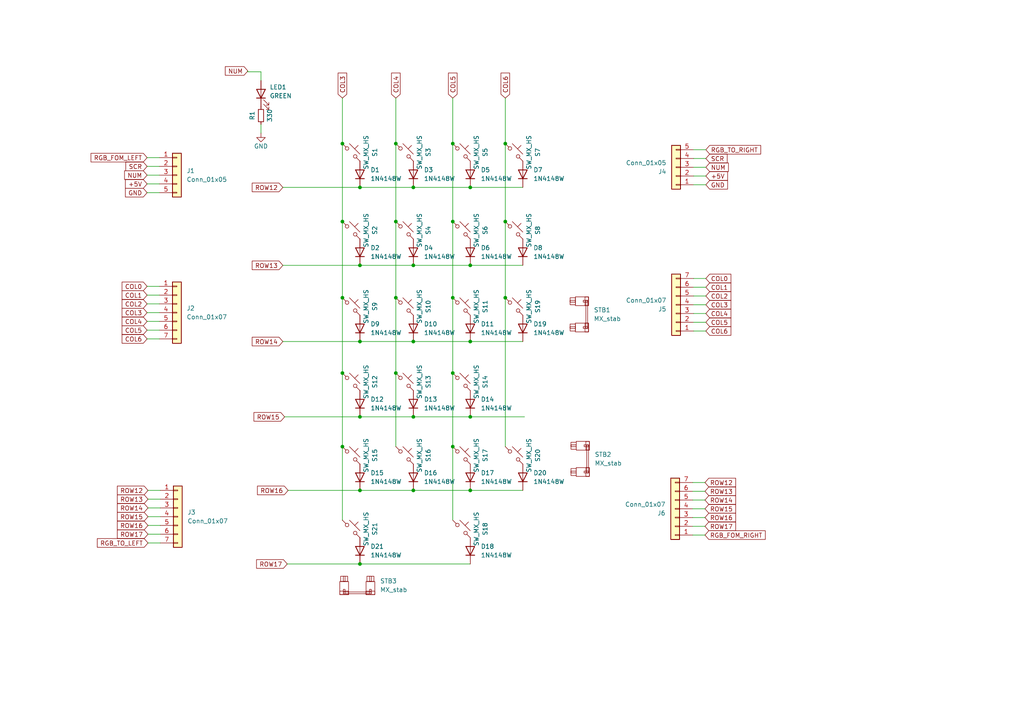
<source format=kicad_sch>
(kicad_sch (version 20250114) (generator "eeschema") (generator_version "9.0")
  (paper "A4")
  (lib_symbols
    (symbol "Connector_Generic:Conn_01x05" (pin_names (offset 1.016) (hide yes))
      (property "Reference" "J" (at 0 7.62 0))
      (property "Value" "Conn_01x05" (at 0 -7.62 0))
      (symbol "Conn_01x05_1_1"
        (rectangle (start -1.27 6.35) (end 1.27 -6.35) (stroke (width 0.254)) (fill (type background)))
        (rectangle (start -1.27 5.207) (end 0 4.953) (stroke (width 0.1524)))
        (rectangle (start -1.27 2.667) (end 0 2.413) (stroke (width 0.1524)))
        (rectangle (start -1.27 0.127) (end 0 -0.127) (stroke (width 0.1524)))
        (rectangle (start -1.27 -2.413) (end 0 -2.667) (stroke (width 0.1524)))
        (rectangle (start -1.27 -4.953) (end 0 -5.207) (stroke (width 0.1524)))
        (pin passive line (at -5.08 5.08 0) (length 3.81) (name "Pin_1") (number "1"))
        (pin passive line (at -5.08 2.54 0) (length 3.81) (name "Pin_2") (number "2"))
        (pin passive line (at -5.08 0 0) (length 3.81) (name "Pin_3") (number "3"))
        (pin passive line (at -5.08 -2.54 0) (length 3.81) (name "Pin_4") (number "4"))
        (pin passive line (at -5.08 -5.08 0) (length 3.81) (name "Pin_5") (number "5"))
      )
    )
    (symbol "Connector_Generic:Conn_01x07" (pin_names (offset 1.016) (hide yes))
      (property "Reference" "J" (at 0 10.16 0))
      (property "Value" "Conn_01x07" (at 0 -10.16 0))
      (symbol "Conn_01x07_1_1"
        (rectangle (start -1.27 8.89) (end 1.27 -8.89) (stroke (width 0.254)) (fill (type background)))
        (rectangle (start -1.27 7.747) (end 0 7.493) (stroke (width 0.1524)))
        (rectangle (start -1.27 5.207) (end 0 4.953) (stroke (width 0.1524)))
        (rectangle (start -1.27 2.667) (end 0 2.413) (stroke (width 0.1524)))
        (rectangle (start -1.27 0.127) (end 0 -0.127) (stroke (width 0.1524)))
        (rectangle (start -1.27 -2.413) (end 0 -2.667) (stroke (width 0.1524)))
        (rectangle (start -1.27 -4.953) (end 0 -5.207) (stroke (width 0.1524)))
        (rectangle (start -1.27 -7.493) (end 0 -7.747) (stroke (width 0.1524)))
        (pin passive line (at -5.08 7.62 0) (length 3.81) (name "Pin_1") (number "1"))
        (pin passive line (at -5.08 5.08 0) (length 3.81) (name "Pin_2") (number "2"))
        (pin passive line (at -5.08 2.54 0) (length 3.81) (name "Pin_3") (number "3"))
        (pin passive line (at -5.08 0 0) (length 3.81) (name "Pin_4") (number "4"))
        (pin passive line (at -5.08 -2.54 0) (length 3.81) (name "Pin_5") (number "5"))
        (pin passive line (at -5.08 -5.08 0) (length 3.81) (name "Pin_6") (number "6"))
        (pin passive line (at -5.08 -7.62 0) (length 3.81) (name "Pin_7") (number "7"))
      )
    )
    (symbol "Device:D" (pin_numbers (hide yes)) (pin_names (offset 1.016) (hide yes))
      (property "Reference" "D" (at 0 2.54 0))
      (property "Value" "1N4148W" (at 0 -2.54 0))
      (symbol "D_0_1"
        (polyline (pts (xy -1.27 1.27) (xy -1.27 -1.27)) (stroke (width 0.254)))
        (polyline (pts (xy 1.27 1.27) (xy 1.27 -1.27) (xy -1.27 0) (xy 1.27 1.27)) (stroke (width 0.254)))
        (polyline (pts (xy 1.27 0) (xy -1.27 0)))
      )
      (symbol "D_1_1"
        (pin passive line (at -3.81 0 0) (length 2.54) (name "K") (number "1"))
        (pin passive line (at 3.81 0 180) (length 2.54) (name "A") (number "2"))
      )
    )
    (symbol "Device:LED" (pin_numbers (hide yes)) (pin_names (offset 1.016) (hide yes))
      (property "Reference" "D" (at 0 2.54 0))
      (property "Value" "LED" (at 0 -2.54 0))
      (symbol "LED_0_1"
        (polyline (pts (xy -3.048 -0.762) (xy -4.572 -2.286) (xy -3.81 -2.286) (xy -4.572 -2.286) (xy -4.572 -1.524)))
        (polyline (pts (xy -1.778 -0.762) (xy -3.302 -2.286) (xy -2.54 -2.286) (xy -3.302 -2.286) (xy -3.302 -1.524)))
        (polyline (pts (xy -1.27 0) (xy 1.27 0)))
        (polyline (pts (xy -1.27 -1.27) (xy -1.27 1.27)) (stroke (width 0.254)))
        (polyline (pts (xy 1.27 -1.27) (xy 1.27 1.27) (xy -1.27 0) (xy 1.27 -1.27)) (stroke (width 0.254)))
      )
      (symbol "LED_1_1"
        (pin passive line (at -3.81 0 0) (length 2.54) (name "K") (number "1"))
        (pin passive line (at 3.81 0 180) (length 2.54) (name "A") (number "2"))
      )
    )
    (symbol "Device:R_Small" (pin_numbers (hide yes)) (pin_names (offset 0.254) (hide yes))
      (property "Reference" "R" (at 0.762 0.508 0))
      (property "Value" "R_Small" (at 0.762 -1.016 0))
      (symbol "R_Small_0_1"
        (rectangle (start -0.762 1.778) (end 0.762 -1.778) (stroke (width 0.2032)))
      )
      (symbol "R_Small_1_1"
        (pin passive line (at 0 2.54 270) (length 0.762) (name "~") (number "1"))
        (pin passive line (at 0 -2.54 90) (length 0.762) (name "~") (number "2"))
      )
    )
    (symbol "PCM_marbastlib-mx:MX_stab" (pin_names (offset 1.016))
      (property "Reference" "S" (at -5.08 6.35 0))
      (property "Value" "MX_stab" (at -5.08 3.81 0))
      (symbol "MX_stab_0_1"
        (rectangle (start -5.08 1.27) (end -2.54 -2.54))
        (rectangle (start -5.08 -1.524) (end -2.54 -2.54))
        (rectangle (start -4.826 2.794) (end -2.794 1.27))
        (rectangle (start -4.064 1.27) (end -3.556 2.794))
        (rectangle (start -4.064 -1.778) (end 4.064 -2.286))
        (rectangle (start -4.064 -2.286) (end -3.556 -1.016))
        (rectangle (start 2.54 1.27) (end 5.08 -2.54))
        (rectangle (start 2.54 -1.524) (end 5.08 -2.54))
        (rectangle (start 2.794 2.794) (end 4.826 1.27))
        (rectangle (start 3.556 1.27) (end 4.064 2.794))
        (rectangle (start 4.064 -2.286) (end 3.556 -1.016))
      )
    )
    (symbol "TB2086_KEYSWITCH:SW_MX_HS" (pin_numbers (hide yes)) (pin_names (offset 1.016) (hide yes))
      (property "Reference" "MX" (at 3.048 1.016 0))
      (property "Value" "SW_MX_HS" (at 0 -3.81 0))
      (symbol "SW_MX_HS_0_1"
        (polyline (pts (xy -2.54 2.54) (xy -1.524 1.524) (xy -1.524 1.524)))
        (circle (center -1.1684 1.1684) (radius 0.508))
        (polyline (pts (xy -0.508 2.54) (xy 2.54 -0.508)))
        (polyline (pts (xy 1.016 1.016) (xy 2.032 2.032)))
        (circle (center 1.143 -1.1938) (radius 0.508))
        (polyline (pts (xy 1.524 -1.524) (xy 2.54 -2.54) (xy 2.54 -2.54) (xy 2.54 -2.54)))
        (pin passive line (at -2.54 2.54 0) (length 0) (name "1") (number "1"))
        (pin passive line (at 2.54 -2.54 180) (length 0) (name "2") (number "2"))
      )
    )
    (symbol "power:GND" (power) (pin_names (offset 0))
      (property "Value" "GND" (at 0 -3.81 0))
      (symbol "GND_0_1"
        (polyline (pts (xy 0 0) (xy 0 -1.27) (xy 1.27 -1.27) (xy 0 -2.54) (xy -1.27 -1.27) (xy 0 -1.27)))
      )
      (symbol "GND_1_1"
        (pin power_in line (at 0 0 270) (length 0) (hide yes) (name "GND") (number "1"))
      )
    )
  )
  (junction (at 104.394 76.962))
  (junction (at 104.394 54.356))
  (junction (at 104.394 99.06))
  (junction (at 146.558 86.36))
  (junction (at 119.888 54.356))
  (junction (at 131.318 41.656))
  (junction (at 131.318 86.36))
  (junction (at 104.394 120.904))
  (junction (at 136.398 54.356))
  (junction (at 146.558 41.656))
  (junction (at 114.808 41.656))
  (junction (at 99.314 129.54))
  (junction (at 119.888 99.06))
  (junction (at 104.394 142.24))
  (junction (at 131.318 64.262))
  (junction (at 99.314 41.656))
  (junction (at 119.888 142.24))
  (junction (at 131.318 129.54))
  (junction (at 136.398 99.06))
  (junction (at 136.398 142.24))
  (junction (at 119.888 76.962))
  (junction (at 99.314 86.36))
  (junction (at 131.318 108.204))
  (junction (at 114.808 108.204))
  (junction (at 136.398 76.962))
  (junction (at 99.314 108.204))
  (junction (at 136.398 120.904))
  (junction (at 146.558 64.262))
  (junction (at 114.808 86.36))
  (junction (at 119.888 120.904))
  (junction (at 104.394 163.576))
  (junction (at 99.314 64.262))
  (junction (at 114.808 64.262))
  (wire (pts (xy 119.888 54.356) (xy 136.398 54.356)))
  (wire (pts (xy 204.724 88.392) (xy 201.168 88.392)))
  (wire (pts (xy 114.808 28.448) (xy 114.808 41.656)))
  (wire (pts (xy 136.398 99.06) (xy 151.638 99.06)))
  (wire (pts (xy 119.888 120.904) (xy 136.398 120.904)))
  (wire (pts (xy 204.47 139.954) (xy 200.914 139.954)))
  (wire (pts (xy 204.724 45.974) (xy 201.168 45.974)))
  (wire (pts (xy 42.672 85.598) (xy 46.228 85.598)))
  (wire (pts (xy 204.724 48.514) (xy 201.168 48.514)))
  (wire (pts (xy 204.47 147.574) (xy 200.914 147.574)))
  (wire (pts (xy 42.672 95.758) (xy 46.228 95.758)))
  (wire (pts (xy 104.394 99.06) (xy 119.888 99.06)))
  (wire (pts (xy 99.314 41.656) (xy 99.314 64.262)))
  (wire (pts (xy 131.318 129.54) (xy 131.318 150.876)))
  (wire (pts (xy 82.55 120.904) (xy 104.394 120.904)))
  (wire (pts (xy 42.926 149.86) (xy 46.482 149.86)))
  (wire (pts (xy 136.398 76.962) (xy 151.638 76.962)))
  (wire (pts (xy 104.394 76.962) (xy 119.888 76.962)))
  (wire (pts (xy 42.926 144.78) (xy 46.482 144.78)))
  (wire (pts (xy 204.724 43.434) (xy 201.168 43.434)))
  (wire (pts (xy 131.318 41.656) (xy 131.318 64.262)))
  (wire (pts (xy 104.394 163.576) (xy 136.398 163.576)))
  (wire (pts (xy 42.926 147.32) (xy 46.482 147.32)))
  (wire (pts (xy 146.558 28.448) (xy 146.558 41.656)))
  (wire (pts (xy 71.882 20.574) (xy 71.882 20.828)))
  (wire (pts (xy 104.394 54.356) (xy 119.888 54.356)))
  (wire (pts (xy 204.724 53.594) (xy 201.168 53.594)))
  (wire (pts (xy 75.692 38.608) (xy 75.692 36.068)))
  (wire (pts (xy 146.558 86.36) (xy 146.558 129.54)))
  (wire (pts (xy 42.672 93.218) (xy 46.228 93.218)))
  (wire (pts (xy 82.042 76.962) (xy 104.394 76.962)))
  (wire (pts (xy 82.042 99.06) (xy 104.394 99.06)))
  (wire (pts (xy 42.672 45.72) (xy 46.228 45.72)))
  (wire (pts (xy 42.672 88.138) (xy 46.228 88.138)))
  (wire (pts (xy 131.318 64.262) (xy 131.318 86.36)))
  (wire (pts (xy 204.47 152.654) (xy 200.914 152.654)))
  (wire (pts (xy 42.672 53.34) (xy 46.228 53.34)))
  (wire (pts (xy 146.558 64.262) (xy 146.558 86.36)))
  (wire (pts (xy 204.724 96.012) (xy 201.168 96.012)))
  (wire (pts (xy 99.314 129.54) (xy 99.314 150.876)))
  (wire (pts (xy 114.808 86.36) (xy 114.808 108.204)))
  (wire (pts (xy 83.312 163.576) (xy 104.394 163.576)))
  (wire (pts (xy 204.47 145.034) (xy 200.914 145.034)))
  (wire (pts (xy 42.672 90.678) (xy 46.228 90.678)))
  (wire (pts (xy 42.926 157.48) (xy 46.482 157.48)))
  (wire (pts (xy 75.692 20.828) (xy 75.692 23.368)))
  (wire (pts (xy 204.724 83.312) (xy 201.168 83.312)))
  (wire (pts (xy 99.314 28.448) (xy 99.314 41.656)))
  (wire (pts (xy 42.926 154.94) (xy 46.482 154.94)))
  (wire (pts (xy 131.318 28.448) (xy 131.318 41.656)))
  (wire (pts (xy 204.724 93.472) (xy 201.168 93.472)))
  (wire (pts (xy 42.672 48.26) (xy 46.228 48.26)))
  (wire (pts (xy 114.808 41.656) (xy 114.808 64.262)))
  (wire (pts (xy 99.314 64.262) (xy 99.314 86.36)))
  (wire (pts (xy 42.672 55.88) (xy 46.228 55.88)))
  (wire (pts (xy 42.672 98.298) (xy 46.228 98.298)))
  (wire (pts (xy 204.47 150.114) (xy 200.914 150.114)))
  (wire (pts (xy 204.724 51.054) (xy 201.168 51.054)))
  (wire (pts (xy 204.47 142.494) (xy 200.914 142.494)))
  (wire (pts (xy 146.558 41.656) (xy 146.558 64.262)))
  (wire (pts (xy 42.672 50.8) (xy 46.228 50.8)))
  (wire (pts (xy 99.314 108.204) (xy 99.314 129.54)))
  (wire (pts (xy 136.398 142.24) (xy 151.638 142.24)))
  (wire (pts (xy 71.882 20.828) (xy 75.692 20.828)))
  (wire (pts (xy 119.888 142.24) (xy 136.398 142.24)))
  (wire (pts (xy 42.926 142.24) (xy 46.482 142.24)))
  (wire (pts (xy 204.724 80.772) (xy 201.168 80.772)))
  (wire (pts (xy 114.808 64.262) (xy 114.808 86.36)))
  (wire (pts (xy 99.314 86.36) (xy 99.314 108.204)))
  (wire (pts (xy 104.394 120.904) (xy 119.888 120.904)))
  (wire (pts (xy 42.926 152.4) (xy 46.482 152.4)))
  (wire (pts (xy 114.808 108.204) (xy 114.808 129.54)))
  (wire (pts (xy 136.398 54.356) (xy 151.638 54.356)))
  (wire (pts (xy 204.724 90.932) (xy 201.168 90.932)))
  (wire (pts (xy 82.042 54.356) (xy 104.394 54.356)))
  (wire (pts (xy 204.724 85.852) (xy 201.168 85.852)))
  (wire (pts (xy 42.672 83.058) (xy 46.228 83.058)))
  (wire (pts (xy 204.47 155.194) (xy 200.914 155.194)))
  (wire (pts (xy 131.318 86.36) (xy 131.318 108.204)))
  (wire (pts (xy 131.318 108.204) (xy 131.318 129.54)))
  (wire (pts (xy 104.394 142.24) (xy 119.888 142.24)))
  (wire (pts (xy 119.888 76.962) (xy 136.398 76.962)))
  (wire (pts (xy 119.888 99.06) (xy 136.398 99.06)))
  (wire (pts (xy 136.398 120.904) (xy 152.146 120.904)))
  (wire (pts (xy 83.566 142.24) (xy 104.394 142.24)))
  (global_label "COL5" (shape input) (at 204.724 93.472 0) (property "Intersheetrefs" "${INTERSHEET_REFS}" (effects (hide yes))))
  (global_label "NUM" (shape input) (at 204.724 48.514 0) (property "Intersheetrefs" "${INTERSHEET_REFS}" (effects (hide yes))))
  (global_label "SCR" (shape input) (at 42.672 48.26 180) (property "Intersheetrefs" "${INTERSHEET_REFS}" (effects (hide yes))))
  (global_label "ROW12" (shape input) (at 204.47 139.954 0) (property "Intersheetrefs" "${INTERSHEET_REFS}" (effects (hide yes))))
  (global_label "+5V" (shape input) (at 42.672 53.34 180) (property "Intersheetrefs" "${INTERSHEET_REFS}" (effects (hide yes))))
  (global_label "COL0" (shape input) (at 42.672 83.058 180) (property "Intersheetrefs" "${INTERSHEET_REFS}" (effects (hide yes))))
  (global_label "ROW15" (shape input) (at 42.926 149.86 180) (property "Intersheetrefs" "${INTERSHEET_REFS}" (effects (hide yes))))
  (global_label "COL3" (shape input) (at 42.672 90.678 180) (property "Intersheetrefs" "${INTERSHEET_REFS}" (effects (hide yes))))
  (global_label "COL3" (shape input) (at 99.314 28.448 90) (property "Intersheetrefs" "${INTERSHEET_REFS}" (effects (hide yes))))
  (global_label "COL4" (shape input) (at 204.724 90.932 0) (property "Intersheetrefs" "${INTERSHEET_REFS}" (effects (hide yes))))
  (global_label "COL4" (shape input) (at 42.672 93.218 180) (property "Intersheetrefs" "${INTERSHEET_REFS}" (effects (hide yes))))
  (global_label "COL6" (shape input) (at 146.558 28.448 90) (property "Intersheetrefs" "${INTERSHEET_REFS}" (effects (hide yes))))
  (global_label "COL3" (shape input) (at 204.724 88.392 0) (property "Intersheetrefs" "${INTERSHEET_REFS}" (effects (hide yes))))
  (global_label "RGB_FOM_RIGHT" (shape input) (at 204.47 155.194 0) (property "Intersheetrefs" "${INTERSHEET_REFS}" (effects (hide yes))))
  (global_label "ROW13" (shape input) (at 204.47 142.494 0) (property "Intersheetrefs" "${INTERSHEET_REFS}" (effects (hide yes))))
  (global_label "ROW14" (shape input) (at 42.926 147.32 180) (property "Intersheetrefs" "${INTERSHEET_REFS}" (effects (hide yes))))
  (global_label "SCR" (shape input) (at 204.724 45.974 0) (property "Intersheetrefs" "${INTERSHEET_REFS}" (effects (hide yes))))
  (global_label "ROW13" (shape input) (at 42.926 144.78 180) (property "Intersheetrefs" "${INTERSHEET_REFS}" (effects (hide yes))))
  (global_label "ROW15" (shape input) (at 204.47 147.574 0) (property "Intersheetrefs" "${INTERSHEET_REFS}" (effects (hide yes))))
  (global_label "+5V" (shape input) (at 204.724 51.054 0) (property "Intersheetrefs" "${INTERSHEET_REFS}" (effects (hide yes))))
  (global_label "ROW14" (shape input) (at 82.042 99.06 180) (property "Intersheetrefs" "${INTERSHEET_REFS}" (effects (hide yes))))
  (global_label "COL6" (shape input) (at 204.724 96.012 0) (property "Intersheetrefs" "${INTERSHEET_REFS}" (effects (hide yes))))
  (global_label "RGB_FOM_LEFT" (shape input) (at 42.672 45.72 180) (property "Intersheetrefs" "${INTERSHEET_REFS}" (effects (hide yes))))
  (global_label "ROW17" (shape input) (at 204.47 152.654 0) (property "Intersheetrefs" "${INTERSHEET_REFS}" (effects (hide yes))))
  (global_label "COL6" (shape input) (at 42.672 98.298 180) (property "Intersheetrefs" "${INTERSHEET_REFS}" (effects (hide yes))))
  (global_label "ROW15" (shape input) (at 82.55 120.904 180) (property "Intersheetrefs" "${INTERSHEET_REFS}" (effects (hide yes))))
  (global_label "RGB_TO_LEFT" (shape input) (at 42.926 157.48 180) (property "Intersheetrefs" "${INTERSHEET_REFS}" (effects (hide yes))))
  (global_label "ROW17" (shape input) (at 83.312 163.576 180) (property "Intersheetrefs" "${INTERSHEET_REFS}" (effects (hide yes))))
  (global_label "COL5" (shape input) (at 42.672 95.758 180) (property "Intersheetrefs" "${INTERSHEET_REFS}" (effects (hide yes))))
  (global_label "COL1" (shape input) (at 42.672 85.598 180) (property "Intersheetrefs" "${INTERSHEET_REFS}" (effects (hide yes))))
  (global_label "COL1" (shape input) (at 204.724 83.312 0) (property "Intersheetrefs" "${INTERSHEET_REFS}" (effects (hide yes))))
  (global_label "ROW16" (shape input) (at 42.926 152.4 180) (property "Intersheetrefs" "${INTERSHEET_REFS}" (effects (hide yes))))
  (global_label "COL0" (shape input) (at 204.724 80.772 0) (property "Intersheetrefs" "${INTERSHEET_REFS}" (effects (hide yes))))
  (global_label "NUM" (shape input) (at 42.672 50.8 180) (property "Intersheetrefs" "${INTERSHEET_REFS}" (effects (hide yes))))
  (global_label "ROW16" (shape input) (at 83.566 142.24 180) (property "Intersheetrefs" "${INTERSHEET_REFS}" (effects (hide yes))))
  (global_label "ROW14" (shape input) (at 204.47 145.034 0) (property "Intersheetrefs" "${INTERSHEET_REFS}" (effects (hide yes))))
  (global_label "ROW12" (shape input) (at 82.042 54.356 180) (property "Intersheetrefs" "${INTERSHEET_REFS}" (effects (hide yes))))
  (global_label "NUM" (shape input) (at 71.882 20.574 180) (property "Intersheetrefs" "${INTERSHEET_REFS}" (effects (hide yes))))
  (global_label "ROW13" (shape input) (at 82.042 76.962 180) (property "Intersheetrefs" "${INTERSHEET_REFS}" (effects (hide yes))))
  (global_label "COL2" (shape input) (at 42.672 88.138 180) (property "Intersheetrefs" "${INTERSHEET_REFS}" (effects (hide yes))))
  (global_label "COL2" (shape input) (at 204.724 85.852 0) (property "Intersheetrefs" "${INTERSHEET_REFS}" (effects (hide yes))))
  (global_label "ROW17" (shape input) (at 42.926 154.94 180) (property "Intersheetrefs" "${INTERSHEET_REFS}" (effects (hide yes))))
  (global_label "RGB_TO_RIGHT" (shape input) (at 204.724 43.434 0) (property "Intersheetrefs" "${INTERSHEET_REFS}" (effects (hide yes))))
  (global_label "GND" (shape input) (at 204.724 53.594 0) (property "Intersheetrefs" "${INTERSHEET_REFS}" (effects (hide yes))))
  (global_label "ROW12" (shape input) (at 42.926 142.24 180) (property "Intersheetrefs" "${INTERSHEET_REFS}" (effects (hide yes))))
  (global_label "COL5" (shape input) (at 131.318 28.448 90) (property "Intersheetrefs" "${INTERSHEET_REFS}" (effects (hide yes))))
  (global_label "ROW16" (shape input) (at 204.47 150.114 0) (property "Intersheetrefs" "${INTERSHEET_REFS}" (effects (hide yes))))
  (global_label "COL4" (shape input) (at 114.808 28.448 90) (property "Intersheetrefs" "${INTERSHEET_REFS}" (effects (hide yes))))
  (global_label "GND" (shape input) (at 42.672 55.88 180) (property "Intersheetrefs" "${INTERSHEET_REFS}" (effects (hide yes))))
  (symbol (lib_id "Connector_Generic:Conn_01x05") (at 51.308 50.8 0) (unit 1)
    (property "Reference" "J1" (at 54.102 49.5299 0) (effects (justify left)))
    (property "Value" "Conn_01x05" (at 54.102 52.0699 0) (effects (justify left)))
    (property "Footprint" "TB2086_MISC:Pogopin_1x05_P2.54mm_Curved" (effects (hide yes)))
    (property "Description" "Generic connector, single row, 01x05, script generated (kicad-library-utils/schlib/autogen/connector/)" (effects (hide yes)))
  )
  (symbol (lib_id "TB2086_KEYSWITCH:SW_MX_HS") (at 133.858 153.416 270) (mirror x) (unit 1)
    (property "Reference" "S18" (at 140.716 153.416 0))
    (property "Value" "SW_MX_HS" (at 138.176 153.416 0))
    (property "Footprint" "TB2086_KEYSWITCH:SW_MX_HS_1u" (effects (hide yes)))
    (property "Description" "Push button switch, normally open, two pins, 45° tilted" (effects (hide yes)))
    (property "LCSC" "C9900021274" (effects (hide yes)))
  )
  (symbol (lib_id "Device:D") (at 104.394 73.152 90) (unit 1)
    (property "Reference" "D2" (at 107.442 71.8819 90) (effects (justify right)))
    (property "Value" "1N4148W" (at 107.442 74.4219 90) (effects (justify right)))
    (property "Footprint" "TB2086_SMD:D3_SMD" (effects (hide yes)))
    (property "Description" "Diode" (effects (hide yes)))
    (property "Sim.Device" "D" (effects (hide yes)))
    (property "Sim.Pins" "1=K 2=A" (effects (hide yes)))
    (property "LCSC" "C7420318" (effects (hide yes)))
  )
  (symbol (lib_id "Device:D") (at 104.394 117.094 90) (unit 1)
    (property "Reference" "D12" (at 107.442 115.8239 90) (effects (justify right)))
    (property "Value" "1N4148W" (at 107.442 118.3639 90) (effects (justify right)))
    (property "Footprint" "TB2086_SMD:D3_SMD" (effects (hide yes)))
    (property "Description" "Diode" (effects (hide yes)))
    (property "Sim.Device" "D" (effects (hide yes)))
    (property "Sim.Pins" "1=K 2=A" (effects (hide yes)))
    (property "LCSC" "C7420318" (effects (hide yes)))
  )
  (symbol (lib_id "Device:D") (at 119.888 117.094 90) (unit 1)
    (property "Reference" "D13" (at 122.936 115.8239 90) (effects (justify right)))
    (property "Value" "1N4148W" (at 122.936 118.3639 90) (effects (justify right)))
    (property "Footprint" "TB2086_SMD:D3_SMD" (effects (hide yes)))
    (property "Description" "Diode" (effects (hide yes)))
    (property "Sim.Device" "D" (effects (hide yes)))
    (property "Sim.Pins" "1=K 2=A" (effects (hide yes)))
    (property "LCSC" "C7420318" (effects (hide yes)))
  )
  (symbol (lib_id "TB2086_KEYSWITCH:SW_MX_HS") (at 133.858 110.744 270) (mirror x) (unit 1)
    (property "Reference" "S14" (at 140.716 110.744 0))
    (property "Value" "SW_MX_HS" (at 138.176 110.744 0))
    (property "Footprint" "TB2086_KEYSWITCH:SW_MX_HS_1u" (effects (hide yes)))
    (property "Description" "Push button switch, normally open, two pins, 45° tilted" (effects (hide yes)))
    (property "LCSC" "C9900021274" (effects (hide yes)))
  )
  (symbol (lib_id "TB2086_KEYSWITCH:SW_MX_HS") (at 101.854 44.196 270) (mirror x) (unit 1)
    (property "Reference" "S1" (at 108.712 44.196 0))
    (property "Value" "SW_MX_HS" (at 106.172 44.196 0))
    (property "Footprint" "TB2086_KEYSWITCH:SW_MX_HS_1u" (effects (hide yes)))
    (property "Description" "Push button switch, normally open, two pins, 45° tilted" (effects (hide yes)))
    (property "LCSC" "C9900021274" (effects (hide yes)))
  )
  (symbol (lib_id "TB2086_KEYSWITCH:SW_MX_HS") (at 133.858 66.802 270) (mirror x) (unit 1)
    (property "Reference" "S6" (at 140.716 66.802 0))
    (property "Value" "SW_MX_HS" (at 138.176 66.802 0))
    (property "Footprint" "TB2086_KEYSWITCH:SW_MX_HS_1u" (effects (hide yes)))
    (property "Description" "Push button switch, normally open, two pins, 45° tilted" (effects (hide yes)))
    (property "LCSC" "C9900021274" (effects (hide yes)))
  )
  (symbol (lib_id "Device:D") (at 151.638 138.43 90) (unit 1)
    (property "Reference" "D20" (at 154.686 137.1599 90) (effects (justify right)))
    (property "Value" "1N4148W" (at 154.686 139.6999 90) (effects (justify right)))
    (property "Footprint" "TB2086_SMD:D3_SMD" (effects (hide yes)))
    (property "Description" "Diode" (effects (hide yes)))
    (property "Sim.Device" "D" (effects (hide yes)))
    (property "Sim.Pins" "1=K 2=A" (effects (hide yes)))
    (property "LCSC" "C7420318" (effects (hide yes)))
  )
  (symbol (lib_id "Device:D") (at 151.638 95.25 90) (unit 1)
    (property "Reference" "D19" (at 154.686 93.9799 90) (effects (justify right)))
    (property "Value" "1N4148W" (at 154.686 96.5199 90) (effects (justify right)))
    (property "Footprint" "TB2086_SMD:D3_SMD" (effects (hide yes)))
    (property "Description" "Diode" (effects (hide yes)))
    (property "Sim.Device" "D" (effects (hide yes)))
    (property "Sim.Pins" "1=K 2=A" (effects (hide yes)))
    (property "LCSC" "C7420318" (effects (hide yes)))
  )
  (symbol (lib_id "Device:D") (at 136.398 159.766 90) (unit 1)
    (property "Reference" "D18" (at 139.446 158.4959 90) (effects (justify right)))
    (property "Value" "1N4148W" (at 139.446 161.0359 90) (effects (justify right)))
    (property "Footprint" "TB2086_SMD:D3_SMD" (effects (hide yes)))
    (property "Description" "Diode" (effects (hide yes)))
    (property "Sim.Device" "D" (effects (hide yes)))
    (property "Sim.Pins" "1=K 2=A" (effects (hide yes)))
    (property "LCSC" "C7420318" (effects (hide yes)))
  )
  (symbol (lib_id "TB2086_KEYSWITCH:SW_MX_HS") (at 149.098 44.196 270) (mirror x) (unit 1)
    (property "Reference" "S7" (at 155.956 44.196 0))
    (property "Value" "SW_MX_HS" (at 153.416 44.196 0))
    (property "Footprint" "TB2086_KEYSWITCH:SW_MX_HS_1u" (effects (hide yes)))
    (property "Description" "Push button switch, normally open, two pins, 45° tilted" (effects (hide yes)))
    (property "LCSC" "C9900021274" (effects (hide yes)))
  )
  (symbol (lib_id "TB2086_KEYSWITCH:SW_MX_HS") (at 101.854 153.416 270) (mirror x) (unit 1)
    (property "Reference" "S21" (at 108.712 153.416 0))
    (property "Value" "SW_MX_HS" (at 106.172 153.416 0))
    (property "Footprint" "TB2086_KEYSWITCH:SW_MX_HS_2u" (effects (hide yes)))
    (property "Description" "Push button switch, normally open, two pins, 45° tilted" (effects (hide yes)))
    (property "LCSC" "C9900021274" (effects (hide yes)))
  )
  (symbol (lib_id "Connector_Generic:Conn_01x07") (at 51.308 90.678 0) (unit 1)
    (property "Reference" "J2" (at 54.102 89.4079 0) (effects (justify left)))
    (property "Value" "Conn_01x07" (at 54.102 91.9479 0) (effects (justify left)))
    (property "Footprint" "TB2086_MISC:Pogopin_1x07_P2.54mm_Curved" (effects (hide yes)))
    (property "Description" "Generic connector, single row, 01x07, script generated (kicad-library-utils/schlib/autogen/connector/)" (effects (hide yes)))
  )
  (symbol (lib_id "Device:D") (at 151.638 50.546 90) (unit 1)
    (property "Reference" "D7" (at 154.686 49.2759 90) (effects (justify right)))
    (property "Value" "1N4148W" (at 154.686 51.8159 90) (effects (justify right)))
    (property "Footprint" "TB2086_SMD:D3_SMD" (effects (hide yes)))
    (property "Description" "Diode" (effects (hide yes)))
    (property "Sim.Device" "D" (effects (hide yes)))
    (property "Sim.Pins" "1=K 2=A" (effects (hide yes)))
    (property "LCSC" "C7420318" (effects (hide yes)))
  )
  (symbol (lib_id "PCM_marbastlib-mx:MX_stab") (at 168.402 133.096 90) (unit 1)
    (property "Reference" "STB2" (at 172.466 131.8259 90) (effects (justify right)))
    (property "Value" "MX_stab" (at 172.466 134.3659 90) (effects (justify right)))
    (property "Footprint" "Stabilizer_Cherry_MX_2.00u" (effects (hide yes)))
    (property "Description" "Cherry MX-style stabilizer" (effects (hide yes)))
  )
  (symbol (lib_id "TB2086_KEYSWITCH:SW_MX_HS") (at 117.348 44.196 270) (mirror x) (unit 1)
    (property "Reference" "S3" (at 124.206 44.196 0))
    (property "Value" "SW_MX_HS" (at 121.666 44.196 0))
    (property "Footprint" "TB2086_KEYSWITCH:SW_MX_HS_1u" (effects (hide yes)))
    (property "Description" "Push button switch, normally open, two pins, 45° tilted" (effects (hide yes)))
    (property "LCSC" "C9900021274" (effects (hide yes)))
  )
  (symbol (lib_id "Device:R_Small") (at 75.692 33.528 180) (unit 1)
    (property "Reference" "R1" (at 73.152 33.528 90))
    (property "Value" "330" (at 78.232 33.528 90))
    (property "Footprint" "Resistor_SMD:R_0603_1608Metric" (effects (hide yes)))
    (property "LCSC" "C23138" (effects (hide yes)))
  )
  (symbol (lib_id "TB2086_KEYSWITCH:SW_MX_HS") (at 101.854 132.08 270) (mirror x) (unit 1)
    (property "Reference" "S15" (at 108.712 132.08 0))
    (property "Value" "SW_MX_HS" (at 106.172 132.08 0))
    (property "Footprint" "TB2086_KEYSWITCH:SW_MX_HS_1u" (effects (hide yes)))
    (property "Description" "Push button switch, normally open, two pins, 45° tilted" (effects (hide yes)))
    (property "LCSC" "C9900021274" (effects (hide yes)))
  )
  (symbol (lib_id "TB2086_KEYSWITCH:SW_MX_HS") (at 133.858 88.9 270) (mirror x) (unit 1)
    (property "Reference" "S11" (at 140.716 88.9 0))
    (property "Value" "SW_MX_HS" (at 138.176 88.9 0))
    (property "Footprint" "TB2086_KEYSWITCH:SW_MX_HS_1u" (effects (hide yes)))
    (property "Description" "Push button switch, normally open, two pins, 45° tilted" (effects (hide yes)))
    (property "LCSC" "C9900021274" (effects (hide yes)))
  )
  (symbol (lib_id "Connector_Generic:Conn_01x07") (at 51.562 149.86 0) (unit 1)
    (property "Reference" "J3" (at 54.356 148.5899 0) (effects (justify left)))
    (property "Value" "Conn_01x07" (at 54.356 151.1299 0) (effects (justify left)))
    (property "Footprint" "TB2086_MISC:Pogopin_1x07_P2.54mm_Curved" (effects (hide yes)))
    (property "Description" "Generic connector, single row, 01x07, script generated (kicad-library-utils/schlib/autogen/connector/)" (effects (hide yes)))
  )
  (symbol (lib_id "TB2086_KEYSWITCH:SW_MX_HS") (at 101.854 110.744 270) (mirror x) (unit 1)
    (property "Reference" "S12" (at 108.712 110.744 0))
    (property "Value" "SW_MX_HS" (at 106.172 110.744 0))
    (property "Footprint" "TB2086_KEYSWITCH:SW_MX_HS_1u" (effects (hide yes)))
    (property "Description" "Push button switch, normally open, two pins, 45° tilted" (effects (hide yes)))
    (property "LCSC" "C9900021274" (effects (hide yes)))
  )
  (symbol (lib_id "Connector_Generic:Conn_01x07") (at 195.834 147.574 180) (unit 1)
    (property "Reference" "J6" (at 193.04 148.8441 0) (effects (justify left)))
    (property "Value" "Conn_01x07" (at 193.04 146.3041 0) (effects (justify left)))
    (property "Footprint" "TB2086_MISC:Pogopin_1x07_P2.54mm_Curved" (effects (hide yes)))
    (property "Description" "Generic connector, single row, 01x07, script generated (kicad-library-utils/schlib/autogen/connector/)" (effects (hide yes)))
  )
  (symbol (lib_id "Device:D") (at 104.394 138.43 90) (unit 1)
    (property "Reference" "D15" (at 107.442 137.1599 90) (effects (justify right)))
    (property "Value" "1N4148W" (at 107.442 139.6999 90) (effects (justify right)))
    (property "Footprint" "TB2086_SMD:D3_SMD" (effects (hide yes)))
    (property "Description" "Diode" (effects (hide yes)))
    (property "Sim.Device" "D" (effects (hide yes)))
    (property "Sim.Pins" "1=K 2=A" (effects (hide yes)))
    (property "LCSC" "C7420318" (effects (hide yes)))
  )
  (symbol (lib_id "Connector_Generic:Conn_01x07") (at 196.088 88.392 180) (unit 1)
    (property "Reference" "J5" (at 193.294 89.6621 0) (effects (justify left)))
    (property "Value" "Conn_01x07" (at 193.294 87.1221 0) (effects (justify left)))
    (property "Footprint" "TB2086_MISC:Pogopin_1x07_P2.54mm_Curved" (effects (hide yes)))
    (property "Description" "Generic connector, single row, 01x07, script generated (kicad-library-utils/schlib/autogen/connector/)" (effects (hide yes)))
  )
  (symbol (lib_id "Device:D") (at 119.888 95.25 90) (unit 1)
    (property "Reference" "D10" (at 122.936 93.9799 90) (effects (justify right)))
    (property "Value" "1N4148W" (at 122.936 96.5199 90) (effects (justify right)))
    (property "Footprint" "TB2086_SMD:D3_SMD" (effects (hide yes)))
    (property "Description" "Diode" (effects (hide yes)))
    (property "Sim.Device" "D" (effects (hide yes)))
    (property "Sim.Pins" "1=K 2=A" (effects (hide yes)))
    (property "LCSC" "C7420318" (effects (hide yes)))
  )
  (symbol (lib_id "Device:D") (at 104.394 159.766 90) (unit 1)
    (property "Reference" "D21" (at 107.442 158.4959 90) (effects (justify right)))
    (property "Value" "1N4148W" (at 107.442 161.0359 90) (effects (justify right)))
    (property "Footprint" "TB2086_SMD:D3_SMD" (effects (hide yes)))
    (property "Description" "Diode" (effects (hide yes)))
    (property "Sim.Device" "D" (effects (hide yes)))
    (property "Sim.Pins" "1=K 2=A" (effects (hide yes)))
    (property "LCSC" "C7420318" (effects (hide yes)))
  )
  (symbol (lib_id "TB2086_KEYSWITCH:SW_MX_HS") (at 133.858 132.08 270) (mirror x) (unit 1)
    (property "Reference" "S17" (at 140.716 132.08 0))
    (property "Value" "SW_MX_HS" (at 138.176 132.08 0))
    (property "Footprint" "TB2086_KEYSWITCH:SW_MX_HS_1u" (effects (hide yes)))
    (property "Description" "Push button switch, normally open, two pins, 45° tilted" (effects (hide yes)))
    (property "LCSC" "C9900021274" (effects (hide yes)))
  )
  (symbol (lib_id "Device:D") (at 151.638 73.152 90) (unit 1)
    (property "Reference" "D8" (at 154.686 71.8819 90) (effects (justify right)))
    (property "Value" "1N4148W" (at 154.686 74.4219 90) (effects (justify right)))
    (property "Footprint" "TB2086_SMD:D3_SMD" (effects (hide yes)))
    (property "Description" "Diode" (effects (hide yes)))
    (property "Sim.Device" "D" (effects (hide yes)))
    (property "Sim.Pins" "1=K 2=A" (effects (hide yes)))
    (property "LCSC" "C7420318" (effects (hide yes)))
  )
  (symbol (lib_id "TB2086_KEYSWITCH:SW_MX_HS") (at 117.348 132.08 270) (mirror x) (unit 1)
    (property "Reference" "S16" (at 124.206 132.08 0))
    (property "Value" "SW_MX_HS" (at 121.666 132.08 0))
    (property "Footprint" "TB2086_KEYSWITCH:SW_MX_HS_1u" (effects (hide yes)))
    (property "Description" "Push button switch, normally open, two pins, 45° tilted" (effects (hide yes)))
    (property "LCSC" "C9900021274" (effects (hide yes)))
  )
  (symbol (lib_id "Connector_Generic:Conn_01x05") (at 196.088 48.514 180) (unit 1)
    (property "Reference" "J4" (at 193.294 49.7841 0) (effects (justify left)))
    (property "Value" "Conn_01x05" (at 193.294 47.2441 0) (effects (justify left)))
    (property "Footprint" "TB2086_MISC:Pogopin_1x05_P2.54mm_Curved" (effects (hide yes)))
    (property "Description" "Generic connector, single row, 01x05, script generated (kicad-library-utils/schlib/autogen/connector/)" (effects (hide yes)))
  )
  (symbol (lib_id "Device:D") (at 104.394 95.25 90) (unit 1)
    (property "Reference" "D9" (at 107.442 93.9799 90) (effects (justify right)))
    (property "Value" "1N4148W" (at 107.442 96.5199 90) (effects (justify right)))
    (property "Footprint" "TB2086_SMD:D3_SMD" (effects (hide yes)))
    (property "Description" "Diode" (effects (hide yes)))
    (property "Sim.Device" "D" (effects (hide yes)))
    (property "Sim.Pins" "1=K 2=A" (effects (hide yes)))
    (property "LCSC" "C7420318" (effects (hide yes)))
  )
  (symbol (lib_id "Device:D") (at 136.398 138.43 90) (unit 1)
    (property "Reference" "D17" (at 139.446 137.1599 90) (effects (justify right)))
    (property "Value" "1N4148W" (at 139.446 139.6999 90) (effects (justify right)))
    (property "Footprint" "TB2086_SMD:D3_SMD" (effects (hide yes)))
    (property "Description" "Diode" (effects (hide yes)))
    (property "Sim.Device" "D" (effects (hide yes)))
    (property "Sim.Pins" "1=K 2=A" (effects (hide yes)))
    (property "LCSC" "C7420318" (effects (hide yes)))
  )
  (symbol (lib_id "TB2086_KEYSWITCH:SW_MX_HS") (at 149.098 66.802 270) (mirror x) (unit 1)
    (property "Reference" "S8" (at 155.956 66.802 0))
    (property "Value" "SW_MX_HS" (at 153.416 66.802 0))
    (property "Footprint" "TB2086_KEYSWITCH:SW_MX_HS_1u" (effects (hide yes)))
    (property "Description" "Push button switch, normally open, two pins, 45° tilted" (effects (hide yes)))
    (property "LCSC" "C9900021274" (effects (hide yes)))
  )
  (symbol (lib_id "Device:LED") (at 75.692 27.178 90) (unit 1)
    (property "Reference" "LED1" (at 78.232 25.273 90) (effects (justify right)))
    (property "Value" "GREEN" (at 78.232 27.813 90) (effects (justify right)))
    (property "Footprint" "LED_SMD:LED_0603_1608Metric_Pad1.05x0.95mm_HandSolder" (effects (hide yes)))
    (property "LCSC" "C84264" (effects (hide yes)))
  )
  (symbol (lib_id "Device:D") (at 136.398 73.152 90) (unit 1)
    (property "Reference" "D6" (at 139.446 71.8819 90) (effects (justify right)))
    (property "Value" "1N4148W" (at 139.446 74.4219 90) (effects (justify right)))
    (property "Footprint" "TB2086_SMD:D3_SMD" (effects (hide yes)))
    (property "Description" "Diode" (effects (hide yes)))
    (property "Sim.Device" "D" (effects (hide yes)))
    (property "Sim.Pins" "1=K 2=A" (effects (hide yes)))
    (property "LCSC" "C7420318" (effects (hide yes)))
  )
  (symbol (lib_id "TB2086_KEYSWITCH:SW_MX_HS") (at 149.098 132.08 270) (mirror x) (unit 1)
    (property "Reference" "S20" (at 155.956 132.08 0))
    (property "Value" "SW_MX_HS" (at 153.416 132.08 0))
    (property "Footprint" "TB2086_KEYSWITCH:SW_MX_HS_1u" (effects (hide yes)))
    (property "Description" "Push button switch, normally open, two pins, 45° tilted" (effects (hide yes)))
    (property "LCSC" "C9900021274" (effects (hide yes)))
  )
  (symbol (lib_id "Device:D") (at 119.888 138.43 90) (unit 1)
    (property "Reference" "D16" (at 122.936 137.1599 90) (effects (justify right)))
    (property "Value" "1N4148W" (at 122.936 139.6999 90) (effects (justify right)))
    (property "Footprint" "TB2086_SMD:D3_SMD" (effects (hide yes)))
    (property "Description" "Diode" (effects (hide yes)))
    (property "Sim.Device" "D" (effects (hide yes)))
    (property "Sim.Pins" "1=K 2=A" (effects (hide yes)))
    (property "LCSC" "C7420318" (effects (hide yes)))
  )
  (symbol (lib_id "PCM_marbastlib-mx:MX_stab") (at 103.632 169.926 0) (unit 1) (in_bom no)
    (property "Reference" "STB3" (at 110.236 168.5289 0) (effects (justify left)))
    (property "Value" "MX_stab" (at 110.236 171.0689 0) (effects (justify left)))
    (property "Footprint" "Stabilizer_Cherry_MX_2.00u" (effects (hide yes)))
  )
  (symbol (lib_id "power:GND") (at 75.692 38.608 0) (unit 1)
    (property "Reference" "#PWR029" (effects (hide yes)))
    (property "Value" "GND" (at 75.692 42.418 0))
  )
  (symbol (lib_id "TB2086_KEYSWITCH:SW_MX_HS") (at 133.858 44.196 270) (mirror x) (unit 1)
    (property "Reference" "S5" (at 140.716 44.196 0))
    (property "Value" "SW_MX_HS" (at 138.176 44.196 0))
    (property "Footprint" "TB2086_KEYSWITCH:SW_MX_HS_1u" (effects (hide yes)))
    (property "Description" "Push button switch, normally open, two pins, 45° tilted" (effects (hide yes)))
    (property "LCSC" "C9900021274" (effects (hide yes)))
  )
  (symbol (lib_id "Device:D") (at 136.398 50.546 90) (unit 1)
    (property "Reference" "D5" (at 139.446 49.2759 90) (effects (justify right)))
    (property "Value" "1N4148W" (at 139.446 51.8159 90) (effects (justify right)))
    (property "Footprint" "TB2086_SMD:D3_SMD" (effects (hide yes)))
    (property "Description" "Diode" (effects (hide yes)))
    (property "Sim.Device" "D" (effects (hide yes)))
    (property "Sim.Pins" "1=K 2=A" (effects (hide yes)))
    (property "LCSC" "C7420318" (effects (hide yes)))
  )
  (symbol (lib_id "TB2086_KEYSWITCH:SW_MX_HS") (at 149.098 88.9 270) (mirror x) (unit 1)
    (property "Reference" "S19" (at 155.956 88.9 0))
    (property "Value" "SW_MX_HS" (at 153.416 88.9 0))
    (property "Footprint" "TB2086_KEYSWITCH:SW_MX_HS_1u" (effects (hide yes)))
    (property "Description" "Push button switch, normally open, two pins, 45° tilted" (effects (hide yes)))
    (property "LCSC" "C9900021274" (effects (hide yes)))
  )
  (symbol (lib_id "PCM_marbastlib-mx:MX_stab") (at 168.148 91.186 90) (unit 1) (in_bom no)
    (property "Reference" "STB1" (at 172.212 89.9159 90) (effects (justify right)))
    (property "Value" "MX_stab" (at 172.212 92.4559 90) (effects (justify right)))
    (property "Footprint" "Stabilizer_Cherry_MX_2.00u" (effects (hide yes)))
  )
  (symbol (lib_id "TB2086_KEYSWITCH:SW_MX_HS") (at 117.348 88.9 270) (mirror x) (unit 1)
    (property "Reference" "S10" (at 124.206 88.9 0))
    (property "Value" "SW_MX_HS" (at 121.666 88.9 0))
    (property "Footprint" "TB2086_KEYSWITCH:SW_MX_HS_1u" (effects (hide yes)))
    (property "Description" "Push button switch, normally open, two pins, 45° tilted" (effects (hide yes)))
    (property "LCSC" "C9900021274" (effects (hide yes)))
  )
  (symbol (lib_id "TB2086_KEYSWITCH:SW_MX_HS") (at 117.348 110.744 270) (mirror x) (unit 1)
    (property "Reference" "S13" (at 124.206 110.744 0))
    (property "Value" "SW_MX_HS" (at 121.666 110.744 0))
    (property "Footprint" "TB2086_KEYSWITCH:SW_MX_HS_1u" (effects (hide yes)))
    (property "Description" "Push button switch, normally open, two pins, 45° tilted" (effects (hide yes)))
    (property "LCSC" "C9900021274" (effects (hide yes)))
  )
  (symbol (lib_id "Device:D") (at 136.398 95.25 90) (unit 1)
    (property "Reference" "D11" (at 139.446 93.9799 90) (effects (justify right)))
    (property "Value" "1N4148W" (at 139.446 96.5199 90) (effects (justify right)))
    (property "Footprint" "TB2086_SMD:D3_SMD" (effects (hide yes)))
    (property "Description" "Diode" (effects (hide yes)))
    (property "Sim.Device" "D" (effects (hide yes)))
    (property "Sim.Pins" "1=K 2=A" (effects (hide yes)))
    (property "LCSC" "C7420318" (effects (hide yes)))
  )
  (symbol (lib_id "TB2086_KEYSWITCH:SW_MX_HS") (at 101.854 88.9 270) (mirror x) (unit 1)
    (property "Reference" "S9" (at 108.712 88.9 0))
    (property "Value" "SW_MX_HS" (at 106.172 88.9 0))
    (property "Footprint" "TB2086_KEYSWITCH:SW_MX_HS_1u" (effects (hide yes)))
    (property "Description" "Push button switch, normally open, two pins, 45° tilted" (effects (hide yes)))
    (property "LCSC" "C9900021274" (effects (hide yes)))
  )
  (symbol (lib_id "Device:D") (at 104.394 50.546 90) (unit 1)
    (property "Reference" "D1" (at 107.442 49.2759 90) (effects (justify right)))
    (property "Value" "1N4148W" (at 107.442 51.8159 90) (effects (justify right)))
    (property "Footprint" "TB2086_SMD:D3_SMD" (effects (hide yes)))
    (property "Description" "Diode" (effects (hide yes)))
    (property "Sim.Device" "D" (effects (hide yes)))
    (property "Sim.Pins" "1=K 2=A" (effects (hide yes)))
    (property "LCSC" "C7420318" (effects (hide yes)))
  )
  (symbol (lib_id "Device:D") (at 119.888 73.152 90) (unit 1)
    (property "Reference" "D4" (at 122.936 71.8819 90) (effects (justify right)))
    (property "Value" "1N4148W" (at 122.936 74.4219 90) (effects (justify right)))
    (property "Footprint" "TB2086_SMD:D3_SMD" (effects (hide yes)))
    (property "Description" "Diode" (effects (hide yes)))
    (property "Sim.Device" "D" (effects (hide yes)))
    (property "Sim.Pins" "1=K 2=A" (effects (hide yes)))
    (property "LCSC" "C7420318" (effects (hide yes)))
  )
  (symbol (lib_id "TB2086_KEYSWITCH:SW_MX_HS") (at 117.348 66.802 270) (mirror x) (unit 1)
    (property "Reference" "S4" (at 124.206 66.802 0))
    (property "Value" "SW_MX_HS" (at 121.666 66.802 0))
    (property "Footprint" "TB2086_KEYSWITCH:SW_MX_HS_1u" (effects (hide yes)))
    (property "Description" "Push button switch, normally open, two pins, 45° tilted" (effects (hide yes)))
    (property "LCSC" "C9900021274" (effects (hide yes)))
  )
  (symbol (lib_id "Device:D") (at 136.398 117.094 90) (unit 1)
    (property "Reference" "D14" (at 139.446 115.8239 90) (effects (justify right)))
    (property "Value" "1N4148W" (at 139.446 118.3639 90) (effects (justify right)))
    (property "Footprint" "TB2086_SMD:D3_SMD" (effects (hide yes)))
    (property "Description" "Diode" (effects (hide yes)))
    (property "Sim.Device" "D" (effects (hide yes)))
    (property "Sim.Pins" "1=K 2=A" (effects (hide yes)))
    (property "LCSC" "C7420318" (effects (hide yes)))
  )
  (symbol (lib_id "TB2086_KEYSWITCH:SW_MX_HS") (at 101.854 66.802 270) (mirror x) (unit 1)
    (property "Reference" "S2" (at 108.712 66.802 0))
    (property "Value" "SW_MX_HS" (at 106.172 66.802 0))
    (property "Footprint" "TB2086_KEYSWITCH:SW_MX_HS_1u" (effects (hide yes)))
    (property "Description" "Push button switch, normally open, two pins, 45° tilted" (effects (hide yes)))
    (property "LCSC" "C9900021274" (effects (hide yes)))
  )
  (symbol (lib_id "Device:D") (at 119.888 50.546 90) (unit 1)
    (property "Reference" "D3" (at 122.936 49.2759 90) (effects (justify right)))
    (property "Value" "1N4148W" (at 122.936 51.8159 90) (effects (justify right)))
    (property "Footprint" "TB2086_SMD:D3_SMD" (effects (hide yes)))
    (property "Description" "Diode" (effects (hide yes)))
    (property "Sim.Device" "D" (effects (hide yes)))
    (property "Sim.Pins" "1=K 2=A" (effects (hide yes)))
    (property "LCSC" "C7420318" (effects (hide yes)))
  )
)
</source>
